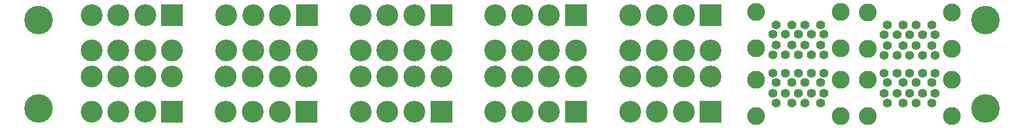
<source format=gbr>
G04 #@! TF.FileFunction,Soldermask,Bot*
%FSLAX46Y46*%
G04 Gerber Fmt 4.6, Leading zero omitted, Abs format (unit mm)*
G04 Created by KiCad (PCBNEW 4.0.7) date 03/15/18 11:54:39*
%MOMM*%
%LPD*%
G01*
G04 APERTURE LIST*
%ADD10C,0.100000*%
%ADD11C,4.464000*%
%ADD12C,2.800000*%
%ADD13C,1.400000*%
%ADD14R,3.400000X3.400000*%
%ADD15C,3.400000*%
G04 APERTURE END LIST*
D10*
D11*
X73000000Y-96000000D03*
X73000000Y-109800000D03*
X220800000Y-109800000D03*
X220800000Y-96000000D03*
D12*
X202387200Y-110985300D03*
X202387200Y-105305300D03*
X215527200Y-105305300D03*
X215527200Y-110975300D03*
D13*
X212457200Y-108985300D03*
X205457200Y-108985300D03*
X207957200Y-108985300D03*
X209957200Y-108985300D03*
X212957200Y-107485300D03*
X210957200Y-107485300D03*
X208967200Y-107485300D03*
X206957200Y-107485300D03*
X204957200Y-107485300D03*
X205457200Y-105785300D03*
X207957200Y-105785300D03*
X209957200Y-105785300D03*
X212457200Y-105785300D03*
X212957200Y-104285300D03*
X210957200Y-104285300D03*
X208957200Y-104285300D03*
X206957200Y-104285300D03*
X204957200Y-104285300D03*
D12*
X202387200Y-94792800D03*
X202387200Y-100472800D03*
X215527200Y-100472800D03*
X215527200Y-94802800D03*
D13*
X212457200Y-96792800D03*
X205457200Y-96792800D03*
X207957200Y-96792800D03*
X209957200Y-96792800D03*
X212957200Y-98292800D03*
X210957200Y-98292800D03*
X208967200Y-98292800D03*
X206957200Y-98292800D03*
X204957200Y-98292800D03*
X205457200Y-99992800D03*
X207957200Y-99992800D03*
X209957200Y-99992800D03*
X212457200Y-99992800D03*
X212957200Y-101492800D03*
X210957200Y-101492800D03*
X208957200Y-101492800D03*
X206957200Y-101492800D03*
X204957200Y-101492800D03*
D12*
X185020700Y-110976800D03*
X185020700Y-105296800D03*
X198160700Y-105296800D03*
X198160700Y-110966800D03*
D13*
X195090700Y-108976800D03*
X188090700Y-108976800D03*
X190590700Y-108976800D03*
X192590700Y-108976800D03*
X195590700Y-107476800D03*
X193590700Y-107476800D03*
X191600700Y-107476800D03*
X189590700Y-107476800D03*
X187590700Y-107476800D03*
X188090700Y-105776800D03*
X190590700Y-105776800D03*
X192590700Y-105776800D03*
X195090700Y-105776800D03*
X195590700Y-104276800D03*
X193590700Y-104276800D03*
X191590700Y-104276800D03*
X189590700Y-104276800D03*
X187590700Y-104276800D03*
D12*
X185020700Y-94737800D03*
X185020700Y-100417800D03*
X198160700Y-100417800D03*
X198160700Y-94747800D03*
D13*
X195090700Y-96737800D03*
X188090700Y-96737800D03*
X190590700Y-96737800D03*
X192590700Y-96737800D03*
X195590700Y-98237800D03*
X193590700Y-98237800D03*
X191600700Y-98237800D03*
X189590700Y-98237800D03*
X187590700Y-98237800D03*
X188090700Y-99937800D03*
X190590700Y-99937800D03*
X192590700Y-99937800D03*
X195090700Y-99937800D03*
X195590700Y-101437800D03*
X193590700Y-101437800D03*
X191590700Y-101437800D03*
X189590700Y-101437800D03*
X187590700Y-101437800D03*
D14*
X93827600Y-110286800D03*
D15*
X89627600Y-110286800D03*
X85427600Y-110286800D03*
X81227600Y-110286800D03*
X93827600Y-104786800D03*
X89627600Y-104786800D03*
X85427600Y-104786800D03*
X81227600Y-104786800D03*
D14*
X93827600Y-95250000D03*
D15*
X89627600Y-95250000D03*
X85427600Y-95250000D03*
X81227600Y-95250000D03*
X93827600Y-100750000D03*
X89627600Y-100750000D03*
X85427600Y-100750000D03*
X81227600Y-100750000D03*
D14*
X114808000Y-110286800D03*
D15*
X110608000Y-110286800D03*
X106408000Y-110286800D03*
X102208000Y-110286800D03*
X114808000Y-104786800D03*
X110608000Y-104786800D03*
X106408000Y-104786800D03*
X102208000Y-104786800D03*
D14*
X114858800Y-95250000D03*
D15*
X110658800Y-95250000D03*
X106458800Y-95250000D03*
X102258800Y-95250000D03*
X114858800Y-100750000D03*
X110658800Y-100750000D03*
X106458800Y-100750000D03*
X102258800Y-100750000D03*
D14*
X135839200Y-110286800D03*
D15*
X131639200Y-110286800D03*
X127439200Y-110286800D03*
X123239200Y-110286800D03*
X135839200Y-104786800D03*
X131639200Y-104786800D03*
X127439200Y-104786800D03*
X123239200Y-104786800D03*
D14*
X135839200Y-95250000D03*
D15*
X131639200Y-95250000D03*
X127439200Y-95250000D03*
X123239200Y-95250000D03*
X135839200Y-100750000D03*
X131639200Y-100750000D03*
X127439200Y-100750000D03*
X123239200Y-100750000D03*
D14*
X156870400Y-110286800D03*
D15*
X152670400Y-110286800D03*
X148470400Y-110286800D03*
X144270400Y-110286800D03*
X156870400Y-104786800D03*
X152670400Y-104786800D03*
X148470400Y-104786800D03*
X144270400Y-104786800D03*
D14*
X156870400Y-95250000D03*
D15*
X152670400Y-95250000D03*
X148470400Y-95250000D03*
X144270400Y-95250000D03*
X156870400Y-100750000D03*
X152670400Y-100750000D03*
X148470400Y-100750000D03*
X144270400Y-100750000D03*
D14*
X177901600Y-110286800D03*
D15*
X173701600Y-110286800D03*
X169501600Y-110286800D03*
X165301600Y-110286800D03*
X177901600Y-104786800D03*
X173701600Y-104786800D03*
X169501600Y-104786800D03*
X165301600Y-104786800D03*
D14*
X177901600Y-95250000D03*
D15*
X173701600Y-95250000D03*
X169501600Y-95250000D03*
X165301600Y-95250000D03*
X177901600Y-100750000D03*
X173701600Y-100750000D03*
X169501600Y-100750000D03*
X165301600Y-100750000D03*
M02*

</source>
